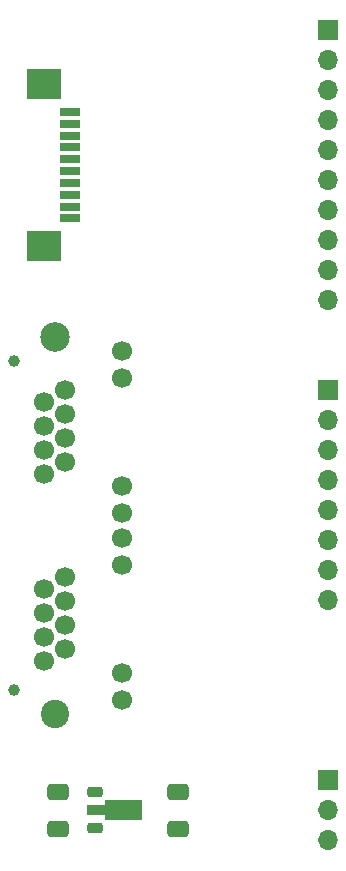
<source format=gbr>
%TF.GenerationSoftware,KiCad,Pcbnew,8.0.3-8.0.3-0~ubuntu22.04.1*%
%TF.CreationDate,2024-10-22T15:42:30+03:00*%
%TF.ProjectId,PM-Debug_v0.0.1,504d2d44-6562-4756-975f-76302e302e31,rev?*%
%TF.SameCoordinates,Original*%
%TF.FileFunction,Soldermask,Top*%
%TF.FilePolarity,Negative*%
%FSLAX46Y46*%
G04 Gerber Fmt 4.6, Leading zero omitted, Abs format (unit mm)*
G04 Created by KiCad (PCBNEW 8.0.3-8.0.3-0~ubuntu22.04.1) date 2024-10-22 15:42:30*
%MOMM*%
%LPD*%
G01*
G04 APERTURE LIST*
G04 Aperture macros list*
%AMRoundRect*
0 Rectangle with rounded corners*
0 $1 Rounding radius*
0 $2 $3 $4 $5 $6 $7 $8 $9 X,Y pos of 4 corners*
0 Add a 4 corners polygon primitive as box body*
4,1,4,$2,$3,$4,$5,$6,$7,$8,$9,$2,$3,0*
0 Add four circle primitives for the rounded corners*
1,1,$1+$1,$2,$3*
1,1,$1+$1,$4,$5*
1,1,$1+$1,$6,$7*
1,1,$1+$1,$8,$9*
0 Add four rect primitives between the rounded corners*
20,1,$1+$1,$2,$3,$4,$5,0*
20,1,$1+$1,$4,$5,$6,$7,0*
20,1,$1+$1,$6,$7,$8,$9,0*
20,1,$1+$1,$8,$9,$2,$3,0*%
%AMFreePoly0*
4,1,9,3.862500,-0.866500,0.737500,-0.866500,0.737500,-0.450000,-0.737500,-0.450000,-0.737500,0.450000,0.737500,0.450000,0.737500,0.866500,3.862500,0.866500,3.862500,-0.866500,3.862500,-0.866500,$1*%
G04 Aperture macros list end*
%ADD10R,1.700000X1.700000*%
%ADD11O,1.700000X1.700000*%
%ADD12RoundRect,0.225000X-0.425000X-0.225000X0.425000X-0.225000X0.425000X0.225000X-0.425000X0.225000X0*%
%ADD13FreePoly0,0.000000*%
%ADD14RoundRect,0.250000X0.650000X-0.412500X0.650000X0.412500X-0.650000X0.412500X-0.650000X-0.412500X0*%
%ADD15C,1.000000*%
%ADD16C,1.700000*%
%ADD17C,2.500000*%
%ADD18C,2.400000*%
%ADD19R,1.803400X0.635000*%
%ADD20R,2.997200X2.590800*%
G04 APERTURE END LIST*
D10*
%TO.C,J5*%
X129540000Y-119380000D03*
D11*
X129540000Y-121920000D03*
X129540000Y-124460000D03*
%TD*%
D12*
%TO.C,U1*%
X109810000Y-120420000D03*
D13*
X109897500Y-121920000D03*
D12*
X109810000Y-123420000D03*
%TD*%
D14*
%TO.C,C2*%
X116840000Y-123482500D03*
X116840000Y-120357500D03*
%TD*%
%TO.C,C1*%
X106680000Y-123482500D03*
X106680000Y-120357500D03*
%TD*%
D10*
%TO.C,J4*%
X129540000Y-86360000D03*
D11*
X129540000Y-88900000D03*
X129540000Y-91440000D03*
X129540000Y-93980000D03*
X129540000Y-96520000D03*
X129540000Y-99060000D03*
X129540000Y-101600000D03*
X129540000Y-104140000D03*
%TD*%
D15*
%TO.C,J3*%
X102960000Y-83915000D03*
X102960000Y-111715000D03*
D16*
X105460000Y-109285000D03*
X107260000Y-108265000D03*
X105460000Y-107245000D03*
X107260000Y-106225000D03*
X105460000Y-105205000D03*
X107260000Y-104185000D03*
X105460000Y-103165000D03*
X107260000Y-102145000D03*
X105460000Y-93485000D03*
X107260000Y-92465000D03*
X105460000Y-91445000D03*
X107260000Y-90425000D03*
X105460000Y-89405000D03*
X107260000Y-88385000D03*
X105460000Y-87365000D03*
X107260000Y-86345000D03*
X112060000Y-112590000D03*
X112060000Y-110290000D03*
X112060000Y-101140000D03*
X112060000Y-98840000D03*
X112060000Y-96790000D03*
X112060000Y-94490000D03*
X112060000Y-85340000D03*
X112060000Y-83040000D03*
D17*
X106460000Y-81815000D03*
D18*
X106460000Y-113815000D03*
%TD*%
D10*
%TO.C,J2*%
X129540000Y-55880000D03*
D11*
X129540000Y-58420000D03*
X129540000Y-60960000D03*
X129540000Y-63500000D03*
X129540000Y-66040000D03*
X129540000Y-68580000D03*
X129540000Y-71120000D03*
X129540000Y-73660000D03*
X129540000Y-76200000D03*
X129540000Y-78740000D03*
%TD*%
D19*
%TO.C,J1*%
X107696000Y-62810009D03*
X107696000Y-63810007D03*
X107696000Y-64810005D03*
X107696000Y-65810003D03*
X107696000Y-66810001D03*
X107696000Y-67809999D03*
X107696000Y-68809997D03*
X107696000Y-69809995D03*
X107696000Y-70809993D03*
X107696000Y-71809991D03*
D20*
X105525999Y-60459998D03*
X105525999Y-74160002D03*
%TD*%
M02*

</source>
